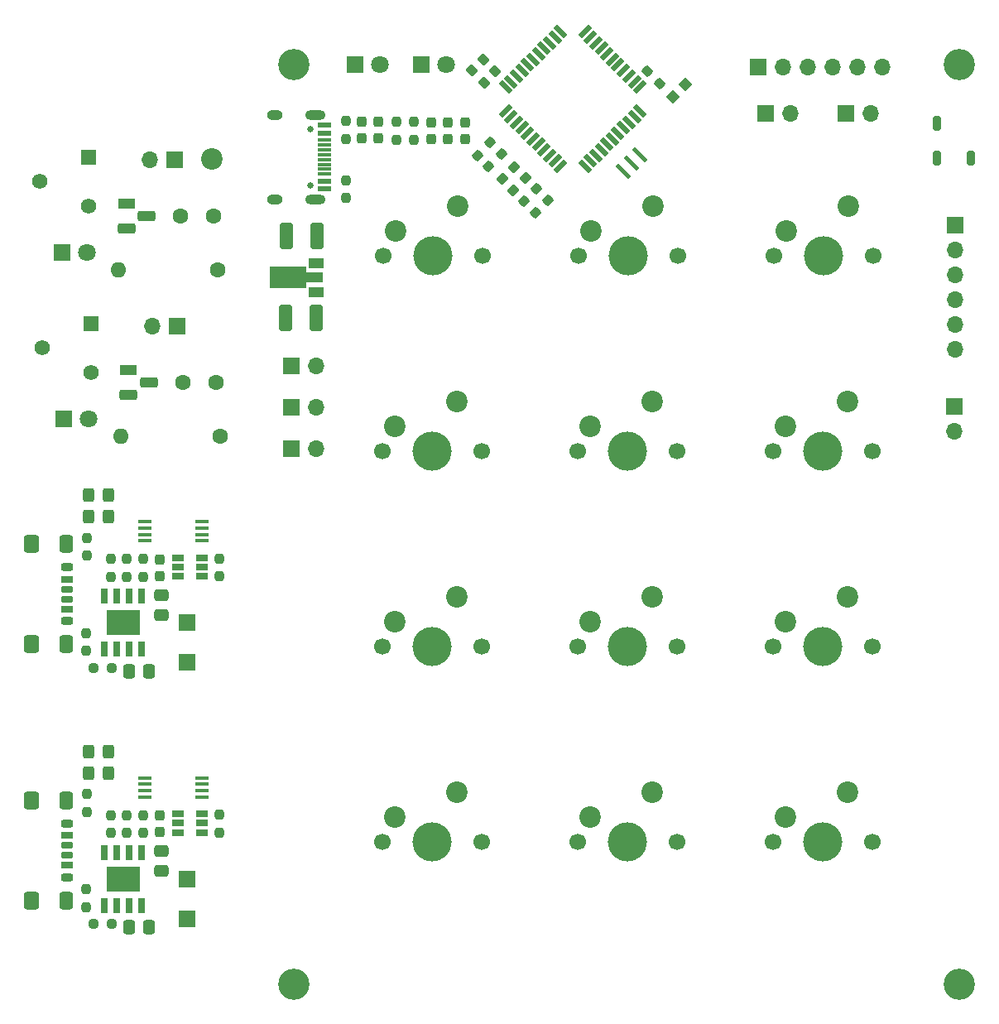
<source format=gbr>
%TF.GenerationSoftware,KiCad,Pcbnew,8.0.3*%
%TF.CreationDate,2024-09-19T18:37:29+03:00*%
%TF.ProjectId,JLC8,4a4c4338-2e6b-4696-9361-645f70636258,rev?*%
%TF.SameCoordinates,Original*%
%TF.FileFunction,Soldermask,Top*%
%TF.FilePolarity,Negative*%
%FSLAX46Y46*%
G04 Gerber Fmt 4.6, Leading zero omitted, Abs format (unit mm)*
G04 Created by KiCad (PCBNEW 8.0.3) date 2024-09-19 18:37:29*
%MOMM*%
%LPD*%
G01*
G04 APERTURE LIST*
G04 Aperture macros list*
%AMRoundRect*
0 Rectangle with rounded corners*
0 $1 Rounding radius*
0 $2 $3 $4 $5 $6 $7 $8 $9 X,Y pos of 4 corners*
0 Add a 4 corners polygon primitive as box body*
4,1,4,$2,$3,$4,$5,$6,$7,$8,$9,$2,$3,0*
0 Add four circle primitives for the rounded corners*
1,1,$1+$1,$2,$3*
1,1,$1+$1,$4,$5*
1,1,$1+$1,$6,$7*
1,1,$1+$1,$8,$9*
0 Add four rect primitives between the rounded corners*
20,1,$1+$1,$2,$3,$4,$5,0*
20,1,$1+$1,$4,$5,$6,$7,0*
20,1,$1+$1,$6,$7,$8,$9,0*
20,1,$1+$1,$8,$9,$2,$3,0*%
%AMRotRect*
0 Rectangle, with rotation*
0 The origin of the aperture is its center*
0 $1 length*
0 $2 width*
0 $3 Rotation angle, in degrees counterclockwise*
0 Add horizontal line*
21,1,$1,$2,0,0,$3*%
G04 Aperture macros list end*
%ADD10RoundRect,0.250000X-0.337500X-0.475000X0.337500X-0.475000X0.337500X0.475000X-0.337500X0.475000X0*%
%ADD11RoundRect,0.237500X0.237500X-0.287500X0.237500X0.287500X-0.237500X0.287500X-0.237500X-0.287500X0*%
%ADD12R,1.200000X0.650000*%
%ADD13R,0.700000X1.525000*%
%ADD14R,3.402000X2.513000*%
%ADD15C,3.200000*%
%ADD16RoundRect,0.237500X-0.380070X0.044194X0.044194X-0.380070X0.380070X-0.044194X-0.044194X0.380070X0*%
%ADD17C,1.700000*%
%ADD18C,4.000000*%
%ADD19C,2.200000*%
%ADD20RotRect,1.000000X1.000000X45.000000*%
%ADD21RoundRect,0.237500X0.237500X-0.250000X0.237500X0.250000X-0.237500X0.250000X-0.237500X-0.250000X0*%
%ADD22RoundRect,0.237500X-0.237500X0.250000X-0.237500X-0.250000X0.237500X-0.250000X0.237500X0.250000X0*%
%ADD23RoundRect,0.250000X0.412500X1.100000X-0.412500X1.100000X-0.412500X-1.100000X0.412500X-1.100000X0*%
%ADD24R,1.800000X1.100000*%
%ADD25RoundRect,0.275000X-0.625000X0.275000X-0.625000X-0.275000X0.625000X-0.275000X0.625000X0.275000X0*%
%ADD26R,1.700000X1.700000*%
%ADD27O,1.700000X1.700000*%
%ADD28RoundRect,0.237500X-0.008839X-0.344715X0.344715X0.008839X0.008839X0.344715X-0.344715X-0.008839X0*%
%ADD29C,1.600000*%
%ADD30RoundRect,0.250000X0.325000X0.450000X-0.325000X0.450000X-0.325000X-0.450000X0.325000X-0.450000X0*%
%ADD31RoundRect,0.237500X0.237500X-0.300000X0.237500X0.300000X-0.237500X0.300000X-0.237500X-0.300000X0*%
%ADD32RoundRect,0.237500X0.008839X0.344715X-0.344715X-0.008839X-0.008839X-0.344715X0.344715X0.008839X0*%
%ADD33RoundRect,0.237500X-0.044194X-0.380070X0.380070X0.044194X0.044194X0.380070X-0.380070X-0.044194X0*%
%ADD34R,1.800000X1.800000*%
%ADD35C,1.800000*%
%ADD36O,1.600000X1.600000*%
%ADD37C,0.650000*%
%ADD38R,1.450000X0.600000*%
%ADD39R,1.450000X0.300000*%
%ADD40O,2.100000X1.000000*%
%ADD41O,1.600000X1.000000*%
%ADD42RoundRect,0.250000X-0.475000X0.337500X-0.475000X-0.337500X0.475000X-0.337500X0.475000X0.337500X0*%
%ADD43R,1.500000X1.000000*%
%ADD44R,3.700000X2.200000*%
%ADD45R,1.800000X1.000000*%
%ADD46RotRect,0.400000X1.900000X225.000000*%
%ADD47RoundRect,0.237500X-0.237500X0.300000X-0.237500X-0.300000X0.237500X-0.300000X0.237500X0.300000X0*%
%ADD48RoundRect,0.200000X-0.200000X0.550000X-0.200000X-0.550000X0.200000X-0.550000X0.200000X0.550000X0*%
%ADD49RotRect,0.508000X1.473200X315.000000*%
%ADD50RotRect,0.508000X1.473200X225.000000*%
%ADD51RoundRect,0.237500X0.380070X-0.044194X-0.044194X0.380070X-0.380070X0.044194X0.044194X-0.380070X0*%
%ADD52RoundRect,0.237500X0.044194X0.380070X-0.380070X-0.044194X-0.044194X-0.380070X0.380070X0.044194X0*%
%ADD53R,1.560000X1.560000*%
%ADD54C,1.560000*%
%ADD55RoundRect,0.175000X-0.425000X0.175000X-0.425000X-0.175000X0.425000X-0.175000X0.425000X0.175000X0*%
%ADD56RoundRect,0.190000X0.410000X-0.190000X0.410000X0.190000X-0.410000X0.190000X-0.410000X-0.190000X0*%
%ADD57RoundRect,0.200000X0.400000X-0.200000X0.400000X0.200000X-0.400000X0.200000X-0.400000X-0.200000X0*%
%ADD58RoundRect,0.175000X0.425000X-0.175000X0.425000X0.175000X-0.425000X0.175000X-0.425000X-0.175000X0*%
%ADD59RoundRect,0.190000X-0.410000X0.190000X-0.410000X-0.190000X0.410000X-0.190000X0.410000X0.190000X0*%
%ADD60RoundRect,0.200000X-0.400000X0.200000X-0.400000X-0.200000X0.400000X-0.200000X0.400000X0.200000X0*%
%ADD61RoundRect,0.250000X-0.425000X0.650000X-0.425000X-0.650000X0.425000X-0.650000X0.425000X0.650000X0*%
%ADD62RoundRect,0.250000X-0.500000X0.650000X-0.500000X-0.650000X0.500000X-0.650000X0.500000X0.650000X0*%
%ADD63R,1.475000X0.450000*%
%ADD64RoundRect,0.237500X-0.250000X-0.237500X0.250000X-0.237500X0.250000X0.237500X-0.250000X0.237500X0*%
%ADD65RoundRect,0.237500X-0.344715X0.008839X0.008839X-0.344715X0.344715X-0.008839X-0.008839X0.344715X0*%
G04 APERTURE END LIST*
D10*
%TO.C,C2*%
X111844250Y-141662179D03*
X113919250Y-141662179D03*
%TD*%
D11*
%TO.C,D3*%
X142756050Y-61092179D03*
X142756050Y-59342179D03*
%TD*%
D12*
%TO.C,U3*%
X119332500Y-105769679D03*
X119332500Y-104819679D03*
X119332500Y-103869679D03*
X116832500Y-103869679D03*
X116832500Y-104819679D03*
X116832500Y-105769679D03*
%TD*%
D13*
%TO.C,U1*%
X109344250Y-113244179D03*
X110614250Y-113244179D03*
X111884250Y-113244179D03*
X113154250Y-113244179D03*
X113154250Y-107820179D03*
X111884250Y-107820179D03*
X110614250Y-107820179D03*
X109344250Y-107820179D03*
D14*
X111249250Y-110532179D03*
%TD*%
D15*
%TO.C,REF\u002A\u002A*%
X128756050Y-53467179D03*
%TD*%
D16*
%TO.C,C10*%
X146956170Y-54067299D03*
X148175930Y-55287059D03*
%TD*%
D17*
%TO.C,SW4*%
X137756050Y-92967179D03*
D18*
X142836050Y-92967179D03*
D17*
X147916050Y-92967179D03*
D19*
X145376050Y-87887179D03*
X139026050Y-90427179D03*
%TD*%
D20*
%TO.C,REF\u002A\u002A*%
X168756050Y-55467179D03*
%TD*%
D21*
%TO.C,R3*%
X121069250Y-131974679D03*
X121069250Y-130149679D03*
%TD*%
D22*
%TO.C,R6*%
X107506750Y-111584679D03*
X107506750Y-113409679D03*
%TD*%
D23*
%TO.C,C2*%
X131008550Y-79327179D03*
X127883550Y-79327179D03*
%TD*%
D24*
%TO.C,Q7*%
X111831050Y-84637179D03*
D25*
X113901050Y-85907179D03*
X111831050Y-87177179D03*
%TD*%
D26*
%TO.C,J3*%
X196381050Y-69867179D03*
D27*
X196381050Y-72407179D03*
X196381050Y-74947179D03*
X196381050Y-77487179D03*
X196381050Y-80027179D03*
X196381050Y-82567179D03*
%TD*%
D28*
%TO.C,R8*%
X152274998Y-67437256D03*
X153565468Y-66146786D03*
%TD*%
D29*
%TO.C,R3*%
X117102370Y-68888499D03*
X120502370Y-68888499D03*
%TD*%
D30*
%TO.C,D2*%
X109794250Y-123687179D03*
X107744250Y-123687179D03*
%TD*%
D21*
%TO.C,R4*%
X113282500Y-105832179D03*
X113282500Y-104007179D03*
%TD*%
D30*
%TO.C,D2*%
X109794250Y-97487179D03*
X107744250Y-97487179D03*
%TD*%
D29*
%TO.C,R3*%
X117351050Y-85907179D03*
X120751050Y-85907179D03*
%TD*%
D30*
%TO.C,D1*%
X109794250Y-99667179D03*
X107744250Y-99667179D03*
%TD*%
D22*
%TO.C,R2*%
X111594250Y-130194679D03*
X111594250Y-132019679D03*
%TD*%
D26*
%TO.C,REF\u002A\u002A*%
X128481050Y-92717179D03*
D27*
X131021050Y-92717179D03*
%TD*%
D17*
%TO.C,SW10*%
X177756050Y-112967179D03*
D18*
X182836050Y-112967179D03*
D17*
X187916050Y-112967179D03*
D19*
X185376050Y-107887179D03*
X179026050Y-110427179D03*
%TD*%
D15*
%TO.C,REF\u002A\u002A*%
X196756050Y-147467179D03*
%TD*%
D19*
%TO.C,REF\u002A\u002A*%
X120351050Y-63107179D03*
%TD*%
D31*
%TO.C,C1*%
X115007500Y-131957179D03*
X115007500Y-130232179D03*
%TD*%
D32*
%TO.C,R6*%
X148822060Y-61424538D03*
X147531590Y-62715008D03*
%TD*%
D33*
%TO.C,C8*%
X150043586Y-65138617D03*
X151263346Y-63918857D03*
%TD*%
D17*
%TO.C,SW2*%
X157836050Y-72967179D03*
D18*
X162916050Y-72967179D03*
D17*
X167996050Y-72967179D03*
D19*
X165456050Y-67887179D03*
X159106050Y-70427179D03*
%TD*%
D34*
%TO.C,D2*%
X141731050Y-53467179D03*
D35*
X144271050Y-53467179D03*
%TD*%
D26*
%TO.C,J3*%
X117769250Y-114587179D03*
%TD*%
D29*
%TO.C,R14*%
X120912370Y-74388499D03*
D36*
X110752370Y-74388499D03*
%TD*%
D37*
%TO.C,J1*%
X130436050Y-59997179D03*
X130436050Y-65777179D03*
D38*
X131881050Y-59637179D03*
X131881050Y-60437179D03*
D39*
X131881050Y-61637179D03*
X131881050Y-62637179D03*
X131881050Y-63137179D03*
X131881050Y-64137179D03*
D38*
X131881050Y-66137179D03*
X131881050Y-65337179D03*
D39*
X131881050Y-64637179D03*
X131881050Y-63637179D03*
X131881050Y-62137179D03*
X131881050Y-61137179D03*
D40*
X130966050Y-58567179D03*
D41*
X126786050Y-58567179D03*
D40*
X130966050Y-67207179D03*
D41*
X126786050Y-67207179D03*
%TD*%
D22*
%TO.C,R6*%
X107506750Y-137784679D03*
X107506750Y-139609679D03*
%TD*%
D32*
%TO.C,R5*%
X149953431Y-62555909D03*
X148662961Y-63846379D03*
%TD*%
D21*
%TO.C,R4*%
X113282500Y-132032179D03*
X113282500Y-130207179D03*
%TD*%
D42*
%TO.C,C3*%
X115144250Y-133862179D03*
X115144250Y-135937179D03*
%TD*%
D11*
%TO.C,D4*%
X144506050Y-61092179D03*
X144506050Y-59342179D03*
%TD*%
D43*
%TO.C,U2*%
X131006050Y-76717179D03*
D44*
X128106050Y-75217179D03*
D45*
X130856050Y-75217179D03*
D43*
X131006050Y-73717179D03*
%TD*%
D22*
%TO.C,R2*%
X111594250Y-103994679D03*
X111594250Y-105819679D03*
%TD*%
D17*
%TO.C,SW13*%
X177756050Y-132967179D03*
D18*
X182836050Y-132967179D03*
D17*
X187916050Y-132967179D03*
D19*
X185376050Y-127887179D03*
X179026050Y-130427179D03*
%TD*%
D26*
%TO.C,J2*%
X117769250Y-110537179D03*
%TD*%
D13*
%TO.C,U1*%
X109344250Y-139444179D03*
X110614250Y-139444179D03*
X111884250Y-139444179D03*
X113154250Y-139444179D03*
X113154250Y-134020179D03*
X111884250Y-134020179D03*
X110614250Y-134020179D03*
X109344250Y-134020179D03*
D14*
X111249250Y-136732179D03*
%TD*%
D46*
%TO.C,Y1*%
X164124578Y-62688651D03*
X163276050Y-63537179D03*
X162427522Y-64385707D03*
%TD*%
D31*
%TO.C,C3*%
X135666050Y-60979679D03*
X135666050Y-59254679D03*
%TD*%
D47*
%TO.C,C9*%
X146256050Y-59354678D03*
X146256050Y-61079680D03*
%TD*%
D26*
%TO.C,J3*%
X117769250Y-140787179D03*
%TD*%
D17*
%TO.C,SW9*%
X157756050Y-112967179D03*
D18*
X162836050Y-112967179D03*
D17*
X167916050Y-112967179D03*
D19*
X165376050Y-107887179D03*
X159026050Y-110427179D03*
%TD*%
D24*
%TO.C,Q7*%
X111582370Y-67618499D03*
D25*
X113652370Y-68888499D03*
X111582370Y-70158499D03*
%TD*%
D12*
%TO.C,U3*%
X119332500Y-131969679D03*
X119332500Y-131019679D03*
X119332500Y-130069679D03*
X116832500Y-130069679D03*
X116832500Y-131019679D03*
X116832500Y-131969679D03*
%TD*%
D21*
%TO.C,R3*%
X121069250Y-105774679D03*
X121069250Y-103949679D03*
%TD*%
D26*
%TO.C,J2*%
X176256050Y-53717179D03*
D27*
X178796050Y-53717179D03*
X181336050Y-53717179D03*
X183876050Y-53717179D03*
X186416050Y-53717179D03*
X188956050Y-53717179D03*
%TD*%
D15*
%TO.C,REF\u002A\u002A*%
X128756050Y-147467179D03*
%TD*%
D26*
%TO.C,BT1*%
X116776050Y-80157179D03*
D27*
X114236050Y-80157179D03*
%TD*%
D20*
%TO.C,REF\u002A\u002A*%
X167506050Y-56717179D03*
%TD*%
D48*
%TO.C,BZ1*%
X194506050Y-62967179D03*
X194506050Y-59467179D03*
X198006050Y-62967179D03*
%TD*%
D17*
%TO.C,SW7*%
X177756050Y-92967179D03*
D18*
X182836050Y-92967179D03*
D17*
X187916050Y-92967179D03*
D19*
X185376050Y-87887179D03*
X179026050Y-90427179D03*
%TD*%
D34*
%TO.C,D8*%
X105226050Y-89657179D03*
D35*
X107766050Y-89657179D03*
%TD*%
D49*
%TO.C,U1*%
X150377174Y-58206454D03*
X150933950Y-58763230D03*
X151508686Y-59337967D03*
X152065462Y-59894742D03*
X152640198Y-60469479D03*
X153196974Y-61026255D03*
X153753750Y-61583031D03*
X154328487Y-62157767D03*
X154885262Y-62714543D03*
X155459999Y-63289279D03*
X156016775Y-63846055D03*
D50*
X158495325Y-63846055D03*
X159052101Y-63289279D03*
X159626838Y-62714543D03*
X160183613Y-62157767D03*
X160758350Y-61583031D03*
X161315126Y-61026255D03*
X161871902Y-60469479D03*
X162446638Y-59894742D03*
X163003414Y-59337967D03*
X163578150Y-58763230D03*
X164134926Y-58206454D03*
D49*
X164134926Y-55727904D03*
X163578150Y-55171128D03*
X163003414Y-54596391D03*
X162446638Y-54039616D03*
X161871902Y-53464879D03*
X161315126Y-52908103D03*
X160758350Y-52351327D03*
X160183613Y-51776591D03*
X159626838Y-51219815D03*
X159052101Y-50645079D03*
X158495325Y-50088303D03*
D50*
X156016775Y-50088303D03*
X155459999Y-50645079D03*
X154885262Y-51219815D03*
X154328487Y-51776591D03*
X153753750Y-52351327D03*
X153196974Y-52908103D03*
X152640198Y-53464879D03*
X152065462Y-54039616D03*
X151508686Y-54596391D03*
X150933950Y-55171128D03*
X150377174Y-55727904D03*
%TD*%
D17*
%TO.C,SW6*%
X157756050Y-92967179D03*
D18*
X162836050Y-92967179D03*
D17*
X167916050Y-92967179D03*
D19*
X165376050Y-87887179D03*
X159026050Y-90427179D03*
%TD*%
D21*
%TO.C,R2*%
X134036050Y-61029679D03*
X134036050Y-59204679D03*
%TD*%
D34*
%TO.C,D1*%
X135006050Y-53467179D03*
D35*
X137546050Y-53467179D03*
%TD*%
D21*
%TO.C,R1*%
X139256050Y-61129679D03*
X139256050Y-59304679D03*
%TD*%
%TO.C,R7*%
X107556750Y-103649679D03*
X107556750Y-101824679D03*
%TD*%
D22*
%TO.C,R3*%
X134036050Y-65247179D03*
X134036050Y-67072179D03*
%TD*%
D10*
%TO.C,C2*%
X111844250Y-115462179D03*
X113919250Y-115462179D03*
%TD*%
D17*
%TO.C,SW1*%
X137836050Y-72967179D03*
D18*
X142916050Y-72967179D03*
D17*
X147996050Y-72967179D03*
D19*
X145456050Y-67887179D03*
X139106050Y-70427179D03*
%TD*%
D29*
%TO.C,R14*%
X121161050Y-91407179D03*
D36*
X111001050Y-91407179D03*
%TD*%
D26*
%TO.C,REF\u002A\u002A*%
X196256050Y-88442179D03*
D27*
X196256050Y-90982179D03*
%TD*%
D26*
%TO.C,J2*%
X117769250Y-136737179D03*
%TD*%
D51*
%TO.C,C6*%
X149309939Y-54112235D03*
X148090179Y-52892475D03*
%TD*%
D26*
%TO.C,REF\u002A\u002A*%
X185231050Y-58467179D03*
D27*
X187771050Y-58467179D03*
%TD*%
D30*
%TO.C,D1*%
X109794250Y-125867179D03*
X107744250Y-125867179D03*
%TD*%
D26*
%TO.C,BT1*%
X116527370Y-63138499D03*
D27*
X113987370Y-63138499D03*
%TD*%
D17*
%TO.C,SW8*%
X137756050Y-112967179D03*
D18*
X142836050Y-112967179D03*
D17*
X147916050Y-112967179D03*
D19*
X145376050Y-107887179D03*
X139026050Y-110427179D03*
%TD*%
D52*
%TO.C,C7*%
X152415930Y-65057299D03*
X151196170Y-66277059D03*
%TD*%
D31*
%TO.C,C1*%
X115007500Y-105757179D03*
X115007500Y-104032179D03*
%TD*%
D22*
%TO.C,R1*%
X109974250Y-130194679D03*
X109974250Y-132019679D03*
%TD*%
D53*
%TO.C,RV3*%
X107742370Y-62888499D03*
D54*
X102742370Y-65388499D03*
X107742370Y-67888499D03*
%TD*%
D17*
%TO.C,SW11*%
X137756050Y-132967179D03*
D18*
X142836050Y-132967179D03*
D17*
X147916050Y-132967179D03*
D19*
X145376050Y-127887179D03*
X139026050Y-130427179D03*
%TD*%
D55*
%TO.C,J1*%
X105486750Y-107107179D03*
D56*
X105486750Y-109127179D03*
D57*
X105486750Y-110357179D03*
D58*
X105486750Y-108107179D03*
D59*
X105486750Y-106087179D03*
D60*
X105486750Y-104857179D03*
D61*
X105431750Y-102482179D03*
D62*
X101851750Y-102482179D03*
D61*
X105431750Y-112732179D03*
D62*
X101851750Y-112732179D03*
%TD*%
D15*
%TO.C,REF\u002A\u002A*%
X196756050Y-53467179D03*
%TD*%
D63*
%TO.C,U2*%
X113469250Y-126387179D03*
X113469250Y-127037179D03*
X113469250Y-127687179D03*
X113469250Y-128337179D03*
X119345250Y-128337179D03*
X119345250Y-127687179D03*
X119345250Y-127037179D03*
X119345250Y-126387179D03*
%TD*%
%TO.C,U2*%
X113469250Y-100187179D03*
X113469250Y-100837179D03*
X113469250Y-101487179D03*
X113469250Y-102137179D03*
X119345250Y-102137179D03*
X119345250Y-101487179D03*
X119345250Y-100837179D03*
X119345250Y-100187179D03*
%TD*%
D34*
%TO.C,D8*%
X104977370Y-72638499D03*
D35*
X107517370Y-72638499D03*
%TD*%
D17*
%TO.C,SW12*%
X157756050Y-132967179D03*
D18*
X162836050Y-132967179D03*
D17*
X167916050Y-132967179D03*
D19*
X165376050Y-127887179D03*
X159026050Y-130427179D03*
%TD*%
D64*
%TO.C,R5*%
X108256750Y-115145179D03*
X110081750Y-115145179D03*
%TD*%
D26*
%TO.C,REF\u002A\u002A*%
X128481050Y-84217179D03*
D27*
X131021050Y-84217179D03*
%TD*%
D31*
%TO.C,C5*%
X137378550Y-61004679D03*
X137378550Y-59279679D03*
%TD*%
D21*
%TO.C,R7*%
X107556750Y-129849679D03*
X107556750Y-128024679D03*
%TD*%
D55*
%TO.C,J1*%
X105486750Y-133307179D03*
D56*
X105486750Y-135327179D03*
D57*
X105486750Y-136557179D03*
D58*
X105486750Y-134307179D03*
D59*
X105486750Y-132287179D03*
D60*
X105486750Y-131057179D03*
D61*
X105431750Y-128682179D03*
D62*
X101851750Y-128682179D03*
D61*
X105431750Y-138932179D03*
D62*
X101851750Y-138932179D03*
%TD*%
D28*
%TO.C,R7*%
X153420815Y-68585638D03*
X154711285Y-67295168D03*
%TD*%
D53*
%TO.C,RV3*%
X107991050Y-79907179D03*
D54*
X102991050Y-82407179D03*
X107991050Y-84907179D03*
%TD*%
D64*
%TO.C,R5*%
X108256750Y-141345179D03*
X110081750Y-141345179D03*
%TD*%
D17*
%TO.C,SW3*%
X177836050Y-72967179D03*
D18*
X182916050Y-72967179D03*
D17*
X187996050Y-72967179D03*
D19*
X185456050Y-67887179D03*
X179106050Y-70427179D03*
%TD*%
D42*
%TO.C,C3*%
X115144250Y-107662179D03*
X115144250Y-109737179D03*
%TD*%
D22*
%TO.C,R1*%
X109974250Y-103994679D03*
X109974250Y-105819679D03*
%TD*%
D23*
%TO.C,C1*%
X131068550Y-70967179D03*
X127943550Y-70967179D03*
%TD*%
D22*
%TO.C,R9*%
X141006050Y-59304679D03*
X141006050Y-61129679D03*
%TD*%
D65*
%TO.C,R4*%
X164860815Y-54071944D03*
X166151285Y-55362414D03*
%TD*%
D26*
%TO.C,REF\u002A\u002A*%
X177006050Y-58467179D03*
D27*
X179546050Y-58467179D03*
%TD*%
D26*
%TO.C,REF\u002A\u002A*%
X128481050Y-88467179D03*
D27*
X131021050Y-88467179D03*
%TD*%
M02*

</source>
